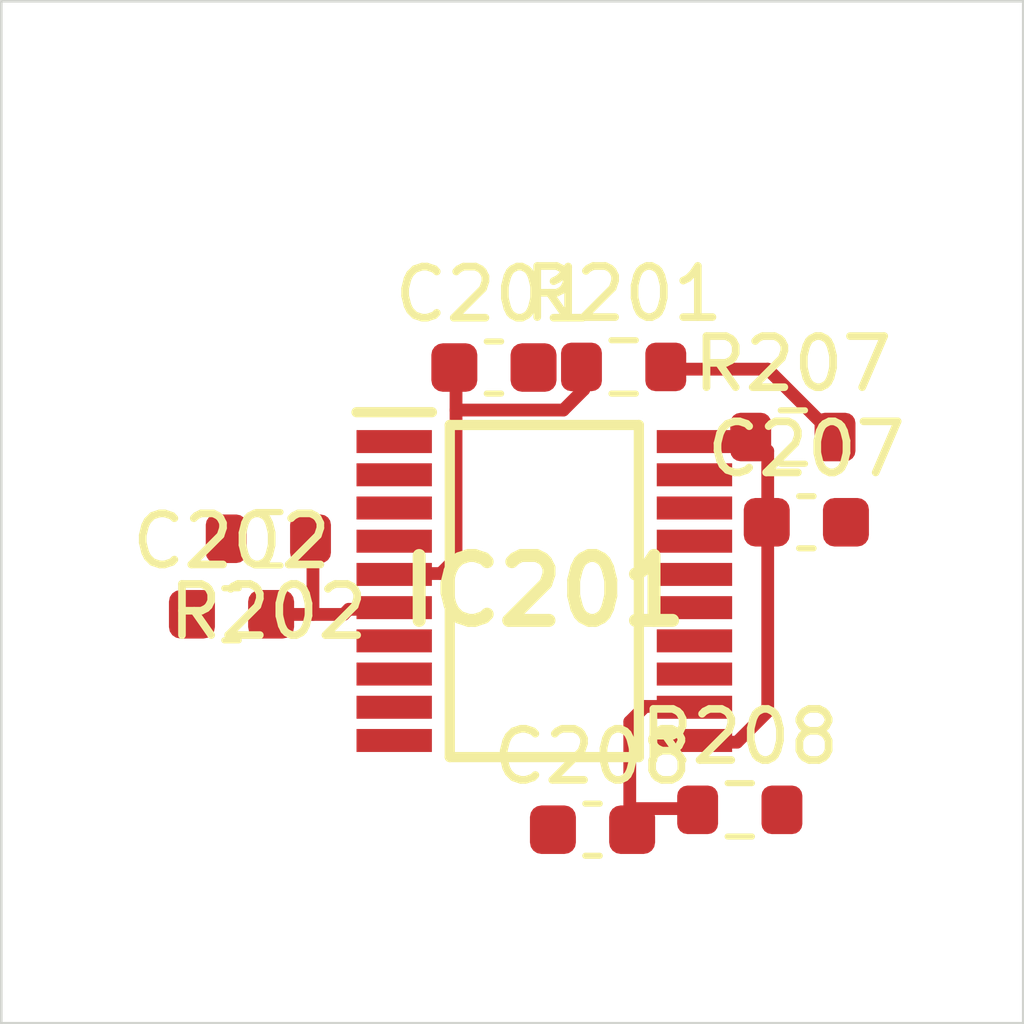
<source format=kicad_pcb>
 ( kicad_pcb  ( version 20171130 )
 ( host pcbnew 5.1.12-84ad8e8a86~92~ubuntu18.04.1 )
 ( general  ( thickness 1.6 )
 ( drawings 4 )
 ( tracks 0 )
 ( zones 0 )
 ( modules 9 )
 ( nets 19 )
)
 ( page A4 )
 ( layers  ( 0 F.Cu signal )
 ( 31 B.Cu signal )
 ( 32 B.Adhes user )
 ( 33 F.Adhes user )
 ( 34 B.Paste user )
 ( 35 F.Paste user )
 ( 36 B.SilkS user )
 ( 37 F.SilkS user )
 ( 38 B.Mask user )
 ( 39 F.Mask user )
 ( 40 Dwgs.User user )
 ( 41 Cmts.User user )
 ( 42 Eco1.User user )
 ( 43 Eco2.User user )
 ( 44 Edge.Cuts user )
 ( 45 Margin user )
 ( 46 B.CrtYd user )
 ( 47 F.CrtYd user )
 ( 48 B.Fab user )
 ( 49 F.Fab user )
)
 ( setup  ( last_trace_width 0.25 )
 ( trace_clearance 0.2 )
 ( zone_clearance 0.508 )
 ( zone_45_only no )
 ( trace_min 0.2 )
 ( via_size 0.8 )
 ( via_drill 0.4 )
 ( via_min_size 0.4 )
 ( via_min_drill 0.3 )
 ( uvia_size 0.3 )
 ( uvia_drill 0.1 )
 ( uvias_allowed no )
 ( uvia_min_size 0.2 )
 ( uvia_min_drill 0.1 )
 ( edge_width 0.05 )
 ( segment_width 0.2 )
 ( pcb_text_width 0.3 )
 ( pcb_text_size 1.5 1.5 )
 ( mod_edge_width 0.12 )
 ( mod_text_size 1 1 )
 ( mod_text_width 0.15 )
 ( pad_size 1.524 1.524 )
 ( pad_drill 0.762 )
 ( pad_to_mask_clearance 0 )
 ( aux_axis_origin 0 0 )
 ( visible_elements FFFFFF7F )
 ( pcbplotparams  ( layerselection 0x010fc_ffffffff )
 ( usegerberextensions false )
 ( usegerberattributes true )
 ( usegerberadvancedattributes true )
 ( creategerberjobfile true )
 ( excludeedgelayer true )
 ( linewidth 0.100000 )
 ( plotframeref false )
 ( viasonmask false )
 ( mode 1 )
 ( useauxorigin false )
 ( hpglpennumber 1 )
 ( hpglpenspeed 20 )
 ( hpglpendiameter 15.000000 )
 ( psnegative false )
 ( psa4output false )
 ( plotreference true )
 ( plotvalue true )
 ( plotinvisibletext false )
 ( padsonsilk false )
 ( subtractmaskfromsilk false )
 ( outputformat 1 )
 ( mirror false )
 ( drillshape 1 )
 ( scaleselection 1 )
 ( outputdirectory "" )
)
)
 ( net 0 "" )
 ( net 1 GND )
 ( net 2 /Sheet6235D886/ch0 )
 ( net 3 /Sheet6235D886/ch1 )
 ( net 4 /Sheet6235D886/ch2 )
 ( net 5 /Sheet6235D886/ch3 )
 ( net 6 /Sheet6235D886/ch4 )
 ( net 7 /Sheet6235D886/ch5 )
 ( net 8 /Sheet6235D886/ch6 )
 ( net 9 /Sheet6235D886/ch7 )
 ( net 10 VDD )
 ( net 11 VDDA )
 ( net 12 /Sheet6235D886/adc_csn )
 ( net 13 /Sheet6235D886/adc_sck )
 ( net 14 /Sheet6235D886/adc_sdi )
 ( net 15 /Sheet6235D886/adc_sdo )
 ( net 16 /Sheet6235D886/vp )
 ( net 17 /Sheet6248AD22/chn0 )
 ( net 18 /Sheet6248AD22/chn3 )
 ( net_class Default "This is the default net class."  ( clearance 0.2 )
 ( trace_width 0.25 )
 ( via_dia 0.8 )
 ( via_drill 0.4 )
 ( uvia_dia 0.3 )
 ( uvia_drill 0.1 )
 ( add_net /Sheet6235D886/adc_csn )
 ( add_net /Sheet6235D886/adc_sck )
 ( add_net /Sheet6235D886/adc_sdi )
 ( add_net /Sheet6235D886/adc_sdo )
 ( add_net /Sheet6235D886/ch0 )
 ( add_net /Sheet6235D886/ch1 )
 ( add_net /Sheet6235D886/ch2 )
 ( add_net /Sheet6235D886/ch3 )
 ( add_net /Sheet6235D886/ch4 )
 ( add_net /Sheet6235D886/ch5 )
 ( add_net /Sheet6235D886/ch6 )
 ( add_net /Sheet6235D886/ch7 )
 ( add_net /Sheet6235D886/vp )
 ( add_net /Sheet6248AD22/chn0 )
 ( add_net /Sheet6248AD22/chn3 )
 ( add_net GND )
 ( add_net VDD )
 ( add_net VDDA )
)
 ( module Capacitor_SMD:C_0603_1608Metric  ( layer F.Cu )
 ( tedit 5F68FEEE )
 ( tstamp 6234222D )
 ( at 89.641800 107.168000 )
 ( descr "Capacitor SMD 0603 (1608 Metric), square (rectangular) end terminal, IPC_7351 nominal, (Body size source: IPC-SM-782 page 76, https://www.pcb-3d.com/wordpress/wp-content/uploads/ipc-sm-782a_amendment_1_and_2.pdf), generated with kicad-footprint-generator" )
 ( tags capacitor )
 ( path /6235D887/623691C5 )
 ( attr smd )
 ( fp_text reference C201  ( at 0 -1.43 )
 ( layer F.SilkS )
 ( effects  ( font  ( size 1 1 )
 ( thickness 0.15 )
)
)
)
 ( fp_text value 0.1uF  ( at 0 1.43 )
 ( layer F.Fab )
 ( effects  ( font  ( size 1 1 )
 ( thickness 0.15 )
)
)
)
 ( fp_line  ( start -0.8 0.4 )
 ( end -0.8 -0.4 )
 ( layer F.Fab )
 ( width 0.1 )
)
 ( fp_line  ( start -0.8 -0.4 )
 ( end 0.8 -0.4 )
 ( layer F.Fab )
 ( width 0.1 )
)
 ( fp_line  ( start 0.8 -0.4 )
 ( end 0.8 0.4 )
 ( layer F.Fab )
 ( width 0.1 )
)
 ( fp_line  ( start 0.8 0.4 )
 ( end -0.8 0.4 )
 ( layer F.Fab )
 ( width 0.1 )
)
 ( fp_line  ( start -0.14058 -0.51 )
 ( end 0.14058 -0.51 )
 ( layer F.SilkS )
 ( width 0.12 )
)
 ( fp_line  ( start -0.14058 0.51 )
 ( end 0.14058 0.51 )
 ( layer F.SilkS )
 ( width 0.12 )
)
 ( fp_line  ( start -1.48 0.73 )
 ( end -1.48 -0.73 )
 ( layer F.CrtYd )
 ( width 0.05 )
)
 ( fp_line  ( start -1.48 -0.73 )
 ( end 1.48 -0.73 )
 ( layer F.CrtYd )
 ( width 0.05 )
)
 ( fp_line  ( start 1.48 -0.73 )
 ( end 1.48 0.73 )
 ( layer F.CrtYd )
 ( width 0.05 )
)
 ( fp_line  ( start 1.48 0.73 )
 ( end -1.48 0.73 )
 ( layer F.CrtYd )
 ( width 0.05 )
)
 ( fp_text user %R  ( at 0 0 )
 ( layer F.Fab )
 ( effects  ( font  ( size 0.4 0.4 )
 ( thickness 0.06 )
)
)
)
 ( pad 2 smd roundrect  ( at 0.775 0 )
 ( size 0.9 0.95 )
 ( layers F.Cu F.Mask F.Paste )
 ( roundrect_rratio 0.25 )
 ( net 1 GND )
)
 ( pad 1 smd roundrect  ( at -0.775 0 )
 ( size 0.9 0.95 )
 ( layers F.Cu F.Mask F.Paste )
 ( roundrect_rratio 0.25 )
 ( net 2 /Sheet6235D886/ch0 )
)
 ( model ${KISYS3DMOD}/Capacitor_SMD.3dshapes/C_0603_1608Metric.wrl  ( at  ( xyz 0 0 0 )
)
 ( scale  ( xyz 1 1 1 )
)
 ( rotate  ( xyz 0 0 0 )
)
)
)
 ( module Capacitor_SMD:C_0603_1608Metric  ( layer F.Cu )
 ( tedit 5F68FEEE )
 ( tstamp 6234223E )
 ( at 84.506200 111.997000 )
 ( descr "Capacitor SMD 0603 (1608 Metric), square (rectangular) end terminal, IPC_7351 nominal, (Body size source: IPC-SM-782 page 76, https://www.pcb-3d.com/wordpress/wp-content/uploads/ipc-sm-782a_amendment_1_and_2.pdf), generated with kicad-footprint-generator" )
 ( tags capacitor )
 ( path /6235D887/62369EE0 )
 ( attr smd )
 ( fp_text reference C202  ( at 0 -1.43 )
 ( layer F.SilkS )
 ( effects  ( font  ( size 1 1 )
 ( thickness 0.15 )
)
)
)
 ( fp_text value 0.1uF  ( at 0 1.43 )
 ( layer F.Fab )
 ( effects  ( font  ( size 1 1 )
 ( thickness 0.15 )
)
)
)
 ( fp_line  ( start 1.48 0.73 )
 ( end -1.48 0.73 )
 ( layer F.CrtYd )
 ( width 0.05 )
)
 ( fp_line  ( start 1.48 -0.73 )
 ( end 1.48 0.73 )
 ( layer F.CrtYd )
 ( width 0.05 )
)
 ( fp_line  ( start -1.48 -0.73 )
 ( end 1.48 -0.73 )
 ( layer F.CrtYd )
 ( width 0.05 )
)
 ( fp_line  ( start -1.48 0.73 )
 ( end -1.48 -0.73 )
 ( layer F.CrtYd )
 ( width 0.05 )
)
 ( fp_line  ( start -0.14058 0.51 )
 ( end 0.14058 0.51 )
 ( layer F.SilkS )
 ( width 0.12 )
)
 ( fp_line  ( start -0.14058 -0.51 )
 ( end 0.14058 -0.51 )
 ( layer F.SilkS )
 ( width 0.12 )
)
 ( fp_line  ( start 0.8 0.4 )
 ( end -0.8 0.4 )
 ( layer F.Fab )
 ( width 0.1 )
)
 ( fp_line  ( start 0.8 -0.4 )
 ( end 0.8 0.4 )
 ( layer F.Fab )
 ( width 0.1 )
)
 ( fp_line  ( start -0.8 -0.4 )
 ( end 0.8 -0.4 )
 ( layer F.Fab )
 ( width 0.1 )
)
 ( fp_line  ( start -0.8 0.4 )
 ( end -0.8 -0.4 )
 ( layer F.Fab )
 ( width 0.1 )
)
 ( fp_text user %R  ( at 0 0 )
 ( layer F.Fab )
 ( effects  ( font  ( size 0.4 0.4 )
 ( thickness 0.06 )
)
)
)
 ( pad 1 smd roundrect  ( at -0.775 0 )
 ( size 0.9 0.95 )
 ( layers F.Cu F.Mask F.Paste )
 ( roundrect_rratio 0.25 )
 ( net 1 GND )
)
 ( pad 2 smd roundrect  ( at 0.775 0 )
 ( size 0.9 0.95 )
 ( layers F.Cu F.Mask F.Paste )
 ( roundrect_rratio 0.25 )
 ( net 3 /Sheet6235D886/ch1 )
)
 ( model ${KISYS3DMOD}/Capacitor_SMD.3dshapes/C_0603_1608Metric.wrl  ( at  ( xyz 0 0 0 )
)
 ( scale  ( xyz 1 1 1 )
)
 ( rotate  ( xyz 0 0 0 )
)
)
)
 ( module Capacitor_SMD:C_0603_1608Metric  ( layer F.Cu )
 ( tedit 5F68FEEE )
 ( tstamp 62342293 )
 ( at 95.755700 110.196000 )
 ( descr "Capacitor SMD 0603 (1608 Metric), square (rectangular) end terminal, IPC_7351 nominal, (Body size source: IPC-SM-782 page 76, https://www.pcb-3d.com/wordpress/wp-content/uploads/ipc-sm-782a_amendment_1_and_2.pdf), generated with kicad-footprint-generator" )
 ( tags capacitor )
 ( path /6235D887/6238B3FE )
 ( attr smd )
 ( fp_text reference C207  ( at 0 -1.43 )
 ( layer F.SilkS )
 ( effects  ( font  ( size 1 1 )
 ( thickness 0.15 )
)
)
)
 ( fp_text value 0.1uF  ( at 0 1.43 )
 ( layer F.Fab )
 ( effects  ( font  ( size 1 1 )
 ( thickness 0.15 )
)
)
)
 ( fp_line  ( start -0.8 0.4 )
 ( end -0.8 -0.4 )
 ( layer F.Fab )
 ( width 0.1 )
)
 ( fp_line  ( start -0.8 -0.4 )
 ( end 0.8 -0.4 )
 ( layer F.Fab )
 ( width 0.1 )
)
 ( fp_line  ( start 0.8 -0.4 )
 ( end 0.8 0.4 )
 ( layer F.Fab )
 ( width 0.1 )
)
 ( fp_line  ( start 0.8 0.4 )
 ( end -0.8 0.4 )
 ( layer F.Fab )
 ( width 0.1 )
)
 ( fp_line  ( start -0.14058 -0.51 )
 ( end 0.14058 -0.51 )
 ( layer F.SilkS )
 ( width 0.12 )
)
 ( fp_line  ( start -0.14058 0.51 )
 ( end 0.14058 0.51 )
 ( layer F.SilkS )
 ( width 0.12 )
)
 ( fp_line  ( start -1.48 0.73 )
 ( end -1.48 -0.73 )
 ( layer F.CrtYd )
 ( width 0.05 )
)
 ( fp_line  ( start -1.48 -0.73 )
 ( end 1.48 -0.73 )
 ( layer F.CrtYd )
 ( width 0.05 )
)
 ( fp_line  ( start 1.48 -0.73 )
 ( end 1.48 0.73 )
 ( layer F.CrtYd )
 ( width 0.05 )
)
 ( fp_line  ( start 1.48 0.73 )
 ( end -1.48 0.73 )
 ( layer F.CrtYd )
 ( width 0.05 )
)
 ( fp_text user %R  ( at 0 0 )
 ( layer F.Fab )
 ( effects  ( font  ( size 0.4 0.4 )
 ( thickness 0.06 )
)
)
)
 ( pad 2 smd roundrect  ( at 0.775 0 )
 ( size 0.9 0.95 )
 ( layers F.Cu F.Mask F.Paste )
 ( roundrect_rratio 0.25 )
 ( net 1 GND )
)
 ( pad 1 smd roundrect  ( at -0.775 0 )
 ( size 0.9 0.95 )
 ( layers F.Cu F.Mask F.Paste )
 ( roundrect_rratio 0.25 )
 ( net 8 /Sheet6235D886/ch6 )
)
 ( model ${KISYS3DMOD}/Capacitor_SMD.3dshapes/C_0603_1608Metric.wrl  ( at  ( xyz 0 0 0 )
)
 ( scale  ( xyz 1 1 1 )
)
 ( rotate  ( xyz 0 0 0 )
)
)
)
 ( module Capacitor_SMD:C_0603_1608Metric  ( layer F.Cu )
 ( tedit 5F68FEEE )
 ( tstamp 623422A4 )
 ( at 91.571300 116.213000 )
 ( descr "Capacitor SMD 0603 (1608 Metric), square (rectangular) end terminal, IPC_7351 nominal, (Body size source: IPC-SM-782 page 76, https://www.pcb-3d.com/wordpress/wp-content/uploads/ipc-sm-782a_amendment_1_and_2.pdf), generated with kicad-footprint-generator" )
 ( tags capacitor )
 ( path /6235D887/6238B404 )
 ( attr smd )
 ( fp_text reference C208  ( at 0 -1.43 )
 ( layer F.SilkS )
 ( effects  ( font  ( size 1 1 )
 ( thickness 0.15 )
)
)
)
 ( fp_text value 0.1uF  ( at 0 1.43 )
 ( layer F.Fab )
 ( effects  ( font  ( size 1 1 )
 ( thickness 0.15 )
)
)
)
 ( fp_line  ( start 1.48 0.73 )
 ( end -1.48 0.73 )
 ( layer F.CrtYd )
 ( width 0.05 )
)
 ( fp_line  ( start 1.48 -0.73 )
 ( end 1.48 0.73 )
 ( layer F.CrtYd )
 ( width 0.05 )
)
 ( fp_line  ( start -1.48 -0.73 )
 ( end 1.48 -0.73 )
 ( layer F.CrtYd )
 ( width 0.05 )
)
 ( fp_line  ( start -1.48 0.73 )
 ( end -1.48 -0.73 )
 ( layer F.CrtYd )
 ( width 0.05 )
)
 ( fp_line  ( start -0.14058 0.51 )
 ( end 0.14058 0.51 )
 ( layer F.SilkS )
 ( width 0.12 )
)
 ( fp_line  ( start -0.14058 -0.51 )
 ( end 0.14058 -0.51 )
 ( layer F.SilkS )
 ( width 0.12 )
)
 ( fp_line  ( start 0.8 0.4 )
 ( end -0.8 0.4 )
 ( layer F.Fab )
 ( width 0.1 )
)
 ( fp_line  ( start 0.8 -0.4 )
 ( end 0.8 0.4 )
 ( layer F.Fab )
 ( width 0.1 )
)
 ( fp_line  ( start -0.8 -0.4 )
 ( end 0.8 -0.4 )
 ( layer F.Fab )
 ( width 0.1 )
)
 ( fp_line  ( start -0.8 0.4 )
 ( end -0.8 -0.4 )
 ( layer F.Fab )
 ( width 0.1 )
)
 ( fp_text user %R  ( at 0 0 )
 ( layer F.Fab )
 ( effects  ( font  ( size 0.4 0.4 )
 ( thickness 0.06 )
)
)
)
 ( pad 1 smd roundrect  ( at -0.775 0 )
 ( size 0.9 0.95 )
 ( layers F.Cu F.Mask F.Paste )
 ( roundrect_rratio 0.25 )
 ( net 1 GND )
)
 ( pad 2 smd roundrect  ( at 0.775 0 )
 ( size 0.9 0.95 )
 ( layers F.Cu F.Mask F.Paste )
 ( roundrect_rratio 0.25 )
 ( net 9 /Sheet6235D886/ch7 )
)
 ( model ${KISYS3DMOD}/Capacitor_SMD.3dshapes/C_0603_1608Metric.wrl  ( at  ( xyz 0 0 0 )
)
 ( scale  ( xyz 1 1 1 )
)
 ( rotate  ( xyz 0 0 0 )
)
)
)
 ( module MCP3564R-E_ST:SOP65P640X120-20N locked  ( layer F.Cu )
 ( tedit 623351C2 )
 ( tstamp 623423D6 )
 ( at 90.628000 111.542000 )
 ( descr "20-Lead Plastic Thin Shrink Small Outline (ST) - 4.4mm body [TSSOP]" )
 ( tags "Integrated Circuit" )
 ( path /6235D887/6235E071 )
 ( attr smd )
 ( fp_text reference IC201  ( at 0 0 )
 ( layer F.SilkS )
 ( effects  ( font  ( size 1.27 1.27 )
 ( thickness 0.254 )
)
)
)
 ( fp_text value MCP3564R-E_ST  ( at 0 0 )
 ( layer F.SilkS )
hide  ( effects  ( font  ( size 1.27 1.27 )
 ( thickness 0.254 )
)
)
)
 ( fp_line  ( start -3.925 -3.55 )
 ( end 3.925 -3.55 )
 ( layer Dwgs.User )
 ( width 0.05 )
)
 ( fp_line  ( start 3.925 -3.55 )
 ( end 3.925 3.55 )
 ( layer Dwgs.User )
 ( width 0.05 )
)
 ( fp_line  ( start 3.925 3.55 )
 ( end -3.925 3.55 )
 ( layer Dwgs.User )
 ( width 0.05 )
)
 ( fp_line  ( start -3.925 3.55 )
 ( end -3.925 -3.55 )
 ( layer Dwgs.User )
 ( width 0.05 )
)
 ( fp_line  ( start -2.2 -3.25 )
 ( end 2.2 -3.25 )
 ( layer Dwgs.User )
 ( width 0.1 )
)
 ( fp_line  ( start 2.2 -3.25 )
 ( end 2.2 3.25 )
 ( layer Dwgs.User )
 ( width 0.1 )
)
 ( fp_line  ( start 2.2 3.25 )
 ( end -2.2 3.25 )
 ( layer Dwgs.User )
 ( width 0.1 )
)
 ( fp_line  ( start -2.2 3.25 )
 ( end -2.2 -3.25 )
 ( layer Dwgs.User )
 ( width 0.1 )
)
 ( fp_line  ( start -2.2 -2.6 )
 ( end -1.55 -3.25 )
 ( layer Dwgs.User )
 ( width 0.1 )
)
 ( fp_line  ( start -1.85 -3.25 )
 ( end 1.85 -3.25 )
 ( layer F.SilkS )
 ( width 0.2 )
)
 ( fp_line  ( start 1.85 -3.25 )
 ( end 1.85 3.25 )
 ( layer F.SilkS )
 ( width 0.2 )
)
 ( fp_line  ( start 1.85 3.25 )
 ( end -1.85 3.25 )
 ( layer F.SilkS )
 ( width 0.2 )
)
 ( fp_line  ( start -1.85 3.25 )
 ( end -1.85 -3.25 )
 ( layer F.SilkS )
 ( width 0.2 )
)
 ( fp_line  ( start -3.675 -3.5 )
 ( end -2.2 -3.5 )
 ( layer F.SilkS )
 ( width 0.2 )
)
 ( pad 1 smd rect  ( at -2.938 -2.925 90.000000 )
 ( size 0.45 1.475 )
 ( layers F.Cu F.Mask F.Paste )
 ( net 11 VDDA )
)
 ( pad 2 smd rect  ( at -2.938 -2.275 90.000000 )
 ( size 0.45 1.475 )
 ( layers F.Cu F.Mask F.Paste )
 ( net 1 GND )
)
 ( pad 3 smd rect  ( at -2.938 -1.625 90.000000 )
 ( size 0.45 1.475 )
 ( layers F.Cu F.Mask F.Paste )
 ( net 1 GND )
)
 ( pad 4 smd rect  ( at -2.938 -0.975 90.000000 )
 ( size 0.45 1.475 )
 ( layers F.Cu F.Mask F.Paste )
)
 ( pad 5 smd rect  ( at -2.938 -0.325 90.000000 )
 ( size 0.45 1.475 )
 ( layers F.Cu F.Mask F.Paste )
 ( net 2 /Sheet6235D886/ch0 )
)
 ( pad 6 smd rect  ( at -2.938 0.325 90.000000 )
 ( size 0.45 1.475 )
 ( layers F.Cu F.Mask F.Paste )
 ( net 3 /Sheet6235D886/ch1 )
)
 ( pad 7 smd rect  ( at -2.938 0.975 90.000000 )
 ( size 0.45 1.475 )
 ( layers F.Cu F.Mask F.Paste )
 ( net 4 /Sheet6235D886/ch2 )
)
 ( pad 8 smd rect  ( at -2.938 1.625 90.000000 )
 ( size 0.45 1.475 )
 ( layers F.Cu F.Mask F.Paste )
 ( net 5 /Sheet6235D886/ch3 )
)
 ( pad 9 smd rect  ( at -2.938 2.275 90.000000 )
 ( size 0.45 1.475 )
 ( layers F.Cu F.Mask F.Paste )
 ( net 6 /Sheet6235D886/ch4 )
)
 ( pad 10 smd rect  ( at -2.938 2.925 90.000000 )
 ( size 0.45 1.475 )
 ( layers F.Cu F.Mask F.Paste )
 ( net 7 /Sheet6235D886/ch5 )
)
 ( pad 11 smd rect  ( at 2.938 2.925 90.000000 )
 ( size 0.45 1.475 )
 ( layers F.Cu F.Mask F.Paste )
 ( net 8 /Sheet6235D886/ch6 )
)
 ( pad 12 smd rect  ( at 2.938 2.275 90.000000 )
 ( size 0.45 1.475 )
 ( layers F.Cu F.Mask F.Paste )
 ( net 9 /Sheet6235D886/ch7 )
)
 ( pad 13 smd rect  ( at 2.938 1.625 90.000000 )
 ( size 0.45 1.475 )
 ( layers F.Cu F.Mask F.Paste )
 ( net 12 /Sheet6235D886/adc_csn )
)
 ( pad 14 smd rect  ( at 2.938 0.975 90.000000 )
 ( size 0.45 1.475 )
 ( layers F.Cu F.Mask F.Paste )
 ( net 13 /Sheet6235D886/adc_sck )
)
 ( pad 15 smd rect  ( at 2.938 0.325 90.000000 )
 ( size 0.45 1.475 )
 ( layers F.Cu F.Mask F.Paste )
 ( net 14 /Sheet6235D886/adc_sdi )
)
 ( pad 16 smd rect  ( at 2.938 -0.325 90.000000 )
 ( size 0.45 1.475 )
 ( layers F.Cu F.Mask F.Paste )
 ( net 15 /Sheet6235D886/adc_sdo )
)
 ( pad 17 smd rect  ( at 2.938 -0.975 90.000000 )
 ( size 0.45 1.475 )
 ( layers F.Cu F.Mask F.Paste )
)
 ( pad 18 smd rect  ( at 2.938 -1.625 90.000000 )
 ( size 0.45 1.475 )
 ( layers F.Cu F.Mask F.Paste )
)
 ( pad 19 smd rect  ( at 2.938 -2.275 90.000000 )
 ( size 0.45 1.475 )
 ( layers F.Cu F.Mask F.Paste )
 ( net 1 GND )
)
 ( pad 20 smd rect  ( at 2.938 -2.925 90.000000 )
 ( size 0.45 1.475 )
 ( layers F.Cu F.Mask F.Paste )
 ( net 10 VDD )
)
)
 ( module Resistor_SMD:R_0603_1608Metric  ( layer F.Cu )
 ( tedit 5F68FEEE )
 ( tstamp 6234250D )
 ( at 92.179900 107.156000 )
 ( descr "Resistor SMD 0603 (1608 Metric), square (rectangular) end terminal, IPC_7351 nominal, (Body size source: IPC-SM-782 page 72, https://www.pcb-3d.com/wordpress/wp-content/uploads/ipc-sm-782a_amendment_1_and_2.pdf), generated with kicad-footprint-generator" )
 ( tags resistor )
 ( path /6235D887/623641B7 )
 ( attr smd )
 ( fp_text reference R201  ( at 0 -1.43 )
 ( layer F.SilkS )
 ( effects  ( font  ( size 1 1 )
 ( thickness 0.15 )
)
)
)
 ( fp_text value 1k  ( at 0 1.43 )
 ( layer F.Fab )
 ( effects  ( font  ( size 1 1 )
 ( thickness 0.15 )
)
)
)
 ( fp_line  ( start -0.8 0.4125 )
 ( end -0.8 -0.4125 )
 ( layer F.Fab )
 ( width 0.1 )
)
 ( fp_line  ( start -0.8 -0.4125 )
 ( end 0.8 -0.4125 )
 ( layer F.Fab )
 ( width 0.1 )
)
 ( fp_line  ( start 0.8 -0.4125 )
 ( end 0.8 0.4125 )
 ( layer F.Fab )
 ( width 0.1 )
)
 ( fp_line  ( start 0.8 0.4125 )
 ( end -0.8 0.4125 )
 ( layer F.Fab )
 ( width 0.1 )
)
 ( fp_line  ( start -0.237258 -0.5225 )
 ( end 0.237258 -0.5225 )
 ( layer F.SilkS )
 ( width 0.12 )
)
 ( fp_line  ( start -0.237258 0.5225 )
 ( end 0.237258 0.5225 )
 ( layer F.SilkS )
 ( width 0.12 )
)
 ( fp_line  ( start -1.48 0.73 )
 ( end -1.48 -0.73 )
 ( layer F.CrtYd )
 ( width 0.05 )
)
 ( fp_line  ( start -1.48 -0.73 )
 ( end 1.48 -0.73 )
 ( layer F.CrtYd )
 ( width 0.05 )
)
 ( fp_line  ( start 1.48 -0.73 )
 ( end 1.48 0.73 )
 ( layer F.CrtYd )
 ( width 0.05 )
)
 ( fp_line  ( start 1.48 0.73 )
 ( end -1.48 0.73 )
 ( layer F.CrtYd )
 ( width 0.05 )
)
 ( fp_text user %R  ( at 0 0 )
 ( layer F.Fab )
 ( effects  ( font  ( size 0.4 0.4 )
 ( thickness 0.06 )
)
)
)
 ( pad 2 smd roundrect  ( at 0.825 0 )
 ( size 0.8 0.95 )
 ( layers F.Cu F.Mask F.Paste )
 ( roundrect_rratio 0.25 )
 ( net 16 /Sheet6235D886/vp )
)
 ( pad 1 smd roundrect  ( at -0.825 0 )
 ( size 0.8 0.95 )
 ( layers F.Cu F.Mask F.Paste )
 ( roundrect_rratio 0.25 )
 ( net 2 /Sheet6235D886/ch0 )
)
 ( model ${KISYS3DMOD}/Resistor_SMD.3dshapes/R_0603_1608Metric.wrl  ( at  ( xyz 0 0 0 )
)
 ( scale  ( xyz 1 1 1 )
)
 ( rotate  ( xyz 0 0 0 )
)
)
)
 ( module Resistor_SMD:R_0603_1608Metric  ( layer F.Cu )
 ( tedit 5F68FEEE )
 ( tstamp 6234251E )
 ( at 85.227000 110.519000 180.000000 )
 ( descr "Resistor SMD 0603 (1608 Metric), square (rectangular) end terminal, IPC_7351 nominal, (Body size source: IPC-SM-782 page 72, https://www.pcb-3d.com/wordpress/wp-content/uploads/ipc-sm-782a_amendment_1_and_2.pdf), generated with kicad-footprint-generator" )
 ( tags resistor )
 ( path /6235D887/6236A646 )
 ( attr smd )
 ( fp_text reference R202  ( at 0 -1.43 )
 ( layer F.SilkS )
 ( effects  ( font  ( size 1 1 )
 ( thickness 0.15 )
)
)
)
 ( fp_text value 1k  ( at 0 1.43 )
 ( layer F.Fab )
 ( effects  ( font  ( size 1 1 )
 ( thickness 0.15 )
)
)
)
 ( fp_line  ( start 1.48 0.73 )
 ( end -1.48 0.73 )
 ( layer F.CrtYd )
 ( width 0.05 )
)
 ( fp_line  ( start 1.48 -0.73 )
 ( end 1.48 0.73 )
 ( layer F.CrtYd )
 ( width 0.05 )
)
 ( fp_line  ( start -1.48 -0.73 )
 ( end 1.48 -0.73 )
 ( layer F.CrtYd )
 ( width 0.05 )
)
 ( fp_line  ( start -1.48 0.73 )
 ( end -1.48 -0.73 )
 ( layer F.CrtYd )
 ( width 0.05 )
)
 ( fp_line  ( start -0.237258 0.5225 )
 ( end 0.237258 0.5225 )
 ( layer F.SilkS )
 ( width 0.12 )
)
 ( fp_line  ( start -0.237258 -0.5225 )
 ( end 0.237258 -0.5225 )
 ( layer F.SilkS )
 ( width 0.12 )
)
 ( fp_line  ( start 0.8 0.4125 )
 ( end -0.8 0.4125 )
 ( layer F.Fab )
 ( width 0.1 )
)
 ( fp_line  ( start 0.8 -0.4125 )
 ( end 0.8 0.4125 )
 ( layer F.Fab )
 ( width 0.1 )
)
 ( fp_line  ( start -0.8 -0.4125 )
 ( end 0.8 -0.4125 )
 ( layer F.Fab )
 ( width 0.1 )
)
 ( fp_line  ( start -0.8 0.4125 )
 ( end -0.8 -0.4125 )
 ( layer F.Fab )
 ( width 0.1 )
)
 ( fp_text user %R  ( at 0 0 )
 ( layer F.Fab )
 ( effects  ( font  ( size 0.4 0.4 )
 ( thickness 0.06 )
)
)
)
 ( pad 1 smd roundrect  ( at -0.825 0 180.000000 )
 ( size 0.8 0.95 )
 ( layers F.Cu F.Mask F.Paste )
 ( roundrect_rratio 0.25 )
 ( net 3 /Sheet6235D886/ch1 )
)
 ( pad 2 smd roundrect  ( at 0.825 0 180.000000 )
 ( size 0.8 0.95 )
 ( layers F.Cu F.Mask F.Paste )
 ( roundrect_rratio 0.25 )
 ( net 17 /Sheet6248AD22/chn0 )
)
 ( model ${KISYS3DMOD}/Resistor_SMD.3dshapes/R_0603_1608Metric.wrl  ( at  ( xyz 0 0 0 )
)
 ( scale  ( xyz 1 1 1 )
)
 ( rotate  ( xyz 0 0 0 )
)
)
)
 ( module Resistor_SMD:R_0603_1608Metric  ( layer F.Cu )
 ( tedit 5F68FEEE )
 ( tstamp 62342573 )
 ( at 95.492300 108.528000 )
 ( descr "Resistor SMD 0603 (1608 Metric), square (rectangular) end terminal, IPC_7351 nominal, (Body size source: IPC-SM-782 page 72, https://www.pcb-3d.com/wordpress/wp-content/uploads/ipc-sm-782a_amendment_1_and_2.pdf), generated with kicad-footprint-generator" )
 ( tags resistor )
 ( path /6235D887/6238B3F8 )
 ( attr smd )
 ( fp_text reference R207  ( at 0 -1.43 )
 ( layer F.SilkS )
 ( effects  ( font  ( size 1 1 )
 ( thickness 0.15 )
)
)
)
 ( fp_text value 1k  ( at 0 1.43 )
 ( layer F.Fab )
 ( effects  ( font  ( size 1 1 )
 ( thickness 0.15 )
)
)
)
 ( fp_line  ( start -0.8 0.4125 )
 ( end -0.8 -0.4125 )
 ( layer F.Fab )
 ( width 0.1 )
)
 ( fp_line  ( start -0.8 -0.4125 )
 ( end 0.8 -0.4125 )
 ( layer F.Fab )
 ( width 0.1 )
)
 ( fp_line  ( start 0.8 -0.4125 )
 ( end 0.8 0.4125 )
 ( layer F.Fab )
 ( width 0.1 )
)
 ( fp_line  ( start 0.8 0.4125 )
 ( end -0.8 0.4125 )
 ( layer F.Fab )
 ( width 0.1 )
)
 ( fp_line  ( start -0.237258 -0.5225 )
 ( end 0.237258 -0.5225 )
 ( layer F.SilkS )
 ( width 0.12 )
)
 ( fp_line  ( start -0.237258 0.5225 )
 ( end 0.237258 0.5225 )
 ( layer F.SilkS )
 ( width 0.12 )
)
 ( fp_line  ( start -1.48 0.73 )
 ( end -1.48 -0.73 )
 ( layer F.CrtYd )
 ( width 0.05 )
)
 ( fp_line  ( start -1.48 -0.73 )
 ( end 1.48 -0.73 )
 ( layer F.CrtYd )
 ( width 0.05 )
)
 ( fp_line  ( start 1.48 -0.73 )
 ( end 1.48 0.73 )
 ( layer F.CrtYd )
 ( width 0.05 )
)
 ( fp_line  ( start 1.48 0.73 )
 ( end -1.48 0.73 )
 ( layer F.CrtYd )
 ( width 0.05 )
)
 ( fp_text user %R  ( at 0 0 )
 ( layer F.Fab )
 ( effects  ( font  ( size 0.4 0.4 )
 ( thickness 0.06 )
)
)
)
 ( pad 2 smd roundrect  ( at 0.825 0 )
 ( size 0.8 0.95 )
 ( layers F.Cu F.Mask F.Paste )
 ( roundrect_rratio 0.25 )
 ( net 16 /Sheet6235D886/vp )
)
 ( pad 1 smd roundrect  ( at -0.825 0 )
 ( size 0.8 0.95 )
 ( layers F.Cu F.Mask F.Paste )
 ( roundrect_rratio 0.25 )
 ( net 8 /Sheet6235D886/ch6 )
)
 ( model ${KISYS3DMOD}/Resistor_SMD.3dshapes/R_0603_1608Metric.wrl  ( at  ( xyz 0 0 0 )
)
 ( scale  ( xyz 1 1 1 )
)
 ( rotate  ( xyz 0 0 0 )
)
)
)
 ( module Resistor_SMD:R_0603_1608Metric  ( layer F.Cu )
 ( tedit 5F68FEEE )
 ( tstamp 62342584 )
 ( at 94.453300 115.824000 )
 ( descr "Resistor SMD 0603 (1608 Metric), square (rectangular) end terminal, IPC_7351 nominal, (Body size source: IPC-SM-782 page 72, https://www.pcb-3d.com/wordpress/wp-content/uploads/ipc-sm-782a_amendment_1_and_2.pdf), generated with kicad-footprint-generator" )
 ( tags resistor )
 ( path /6235D887/6238B40A )
 ( attr smd )
 ( fp_text reference R208  ( at 0 -1.43 )
 ( layer F.SilkS )
 ( effects  ( font  ( size 1 1 )
 ( thickness 0.15 )
)
)
)
 ( fp_text value 1k  ( at 0 1.43 )
 ( layer F.Fab )
 ( effects  ( font  ( size 1 1 )
 ( thickness 0.15 )
)
)
)
 ( fp_line  ( start 1.48 0.73 )
 ( end -1.48 0.73 )
 ( layer F.CrtYd )
 ( width 0.05 )
)
 ( fp_line  ( start 1.48 -0.73 )
 ( end 1.48 0.73 )
 ( layer F.CrtYd )
 ( width 0.05 )
)
 ( fp_line  ( start -1.48 -0.73 )
 ( end 1.48 -0.73 )
 ( layer F.CrtYd )
 ( width 0.05 )
)
 ( fp_line  ( start -1.48 0.73 )
 ( end -1.48 -0.73 )
 ( layer F.CrtYd )
 ( width 0.05 )
)
 ( fp_line  ( start -0.237258 0.5225 )
 ( end 0.237258 0.5225 )
 ( layer F.SilkS )
 ( width 0.12 )
)
 ( fp_line  ( start -0.237258 -0.5225 )
 ( end 0.237258 -0.5225 )
 ( layer F.SilkS )
 ( width 0.12 )
)
 ( fp_line  ( start 0.8 0.4125 )
 ( end -0.8 0.4125 )
 ( layer F.Fab )
 ( width 0.1 )
)
 ( fp_line  ( start 0.8 -0.4125 )
 ( end 0.8 0.4125 )
 ( layer F.Fab )
 ( width 0.1 )
)
 ( fp_line  ( start -0.8 -0.4125 )
 ( end 0.8 -0.4125 )
 ( layer F.Fab )
 ( width 0.1 )
)
 ( fp_line  ( start -0.8 0.4125 )
 ( end -0.8 -0.4125 )
 ( layer F.Fab )
 ( width 0.1 )
)
 ( fp_text user %R  ( at 0 0 )
 ( layer F.Fab )
 ( effects  ( font  ( size 0.4 0.4 )
 ( thickness 0.06 )
)
)
)
 ( pad 1 smd roundrect  ( at -0.825 0 )
 ( size 0.8 0.95 )
 ( layers F.Cu F.Mask F.Paste )
 ( roundrect_rratio 0.25 )
 ( net 9 /Sheet6235D886/ch7 )
)
 ( pad 2 smd roundrect  ( at 0.825 0 )
 ( size 0.8 0.95 )
 ( layers F.Cu F.Mask F.Paste )
 ( roundrect_rratio 0.25 )
 ( net 18 /Sheet6248AD22/chn3 )
)
 ( model ${KISYS3DMOD}/Resistor_SMD.3dshapes/R_0603_1608Metric.wrl  ( at  ( xyz 0 0 0 )
)
 ( scale  ( xyz 1 1 1 )
)
 ( rotate  ( xyz 0 0 0 )
)
)
)
 ( gr_line  ( start 100 100 )
 ( end 100 120 )
 ( layer Edge.Cuts )
 ( width 0.05 )
 ( tstamp 62E770C4 )
)
 ( gr_line  ( start 80 120 )
 ( end 100 120 )
 ( layer Edge.Cuts )
 ( width 0.05 )
 ( tstamp 62E770C0 )
)
 ( gr_line  ( start 80 100 )
 ( end 100 100 )
 ( layer Edge.Cuts )
 ( width 0.05 )
 ( tstamp 6234110C )
)
 ( gr_line  ( start 80 100 )
 ( end 80 120 )
 ( layer Edge.Cuts )
 ( width 0.05 )
)
 ( segment  ( start 87.700001 111.200002 )
 ( end 88.600001 111.200002 )
 ( width 0.250000 )
 ( layer F.Cu )
 ( net 2 )
)
 ( segment  ( start 88.600001 111.200002 )
 ( end 88.900001 110.900002 )
 ( width 0.250000 )
 ( layer F.Cu )
 ( net 2 )
)
 ( segment  ( start 88.900001 110.900002 )
 ( end 88.900001 107.200002 )
 ( width 0.250000 )
 ( layer F.Cu )
 ( net 2 )
)
 ( segment  ( start 91.400001 107.200002 )
 ( end 91.400001 107.600002 )
 ( width 0.250000 )
 ( layer F.Cu )
 ( net 2 )
)
 ( segment  ( start 91.400001 107.600002 )
 ( end 91.000001 108.000002 )
 ( width 0.250000 )
 ( layer F.Cu )
 ( net 2 )
)
 ( segment  ( start 91.000001 108.000002 )
 ( end 88.900001 108.000002 )
 ( width 0.250000 )
 ( layer F.Cu )
 ( net 2 )
)
 ( segment  ( start 87.700001 111.900002 )
 ( end 86.800001 111.900002 )
 ( width 0.250000 )
 ( layer F.Cu )
 ( net 3 )
)
 ( segment  ( start 86.800001 111.900002 )
 ( end 86.700001 112.000002 )
 ( width 0.250000 )
 ( layer F.Cu )
 ( net 3 )
)
 ( segment  ( start 86.700001 112.000002 )
 ( end 85.300001 112.000002 )
 ( width 0.250000 )
 ( layer F.Cu )
 ( net 3 )
)
 ( segment  ( start 86.100001 110.500002 )
 ( end 86.100001 112.000002 )
 ( width 0.250000 )
 ( layer F.Cu )
 ( net 3 )
)
 ( segment  ( start 93.600001 114.500002 )
 ( end 94.400001 114.500002 )
 ( width 0.250000 )
 ( layer F.Cu )
 ( net 8 )
)
 ( segment  ( start 94.400001 114.500002 )
 ( end 95.000001 113.900002 )
 ( width 0.250000 )
 ( layer F.Cu )
 ( net 8 )
)
 ( segment  ( start 95.000001 113.900002 )
 ( end 95.000001 110.200002 )
 ( width 0.250000 )
 ( layer F.Cu )
 ( net 8 )
)
 ( segment  ( start 94.700001 108.500002 )
 ( end 95.000001 108.800002 )
 ( width 0.250000 )
 ( layer F.Cu )
 ( net 8 )
)
 ( segment  ( start 95.000001 108.800002 )
 ( end 95.000001 110.200002 )
 ( width 0.250000 )
 ( layer F.Cu )
 ( net 8 )
)
 ( segment  ( start 93.600001 113.800002 )
 ( end 92.600001 113.800002 )
 ( width 0.250000 )
 ( layer F.Cu )
 ( net 9 )
)
 ( segment  ( start 92.600001 113.800002 )
 ( end 92.300001 114.100002 )
 ( width 0.250000 )
 ( layer F.Cu )
 ( net 9 )
)
 ( segment  ( start 92.300001 114.100002 )
 ( end 92.300001 116.200002 )
 ( width 0.250000 )
 ( layer F.Cu )
 ( net 9 )
)
 ( segment  ( start 93.600001 115.800002 )
 ( end 92.300001 115.800002 )
 ( width 0.250000 )
 ( layer F.Cu )
 ( net 9 )
)
 ( segment  ( start 96.300001 108.500002 )
 ( end 95.000001 107.200002 )
 ( width 0.250000 )
 ( layer F.Cu )
 ( net 16 )
)
 ( segment  ( start 95.000001 107.200002 )
 ( end 93.000001 107.200002 )
 ( width 0.250000 )
 ( layer F.Cu )
 ( net 16 )
)
)

</source>
